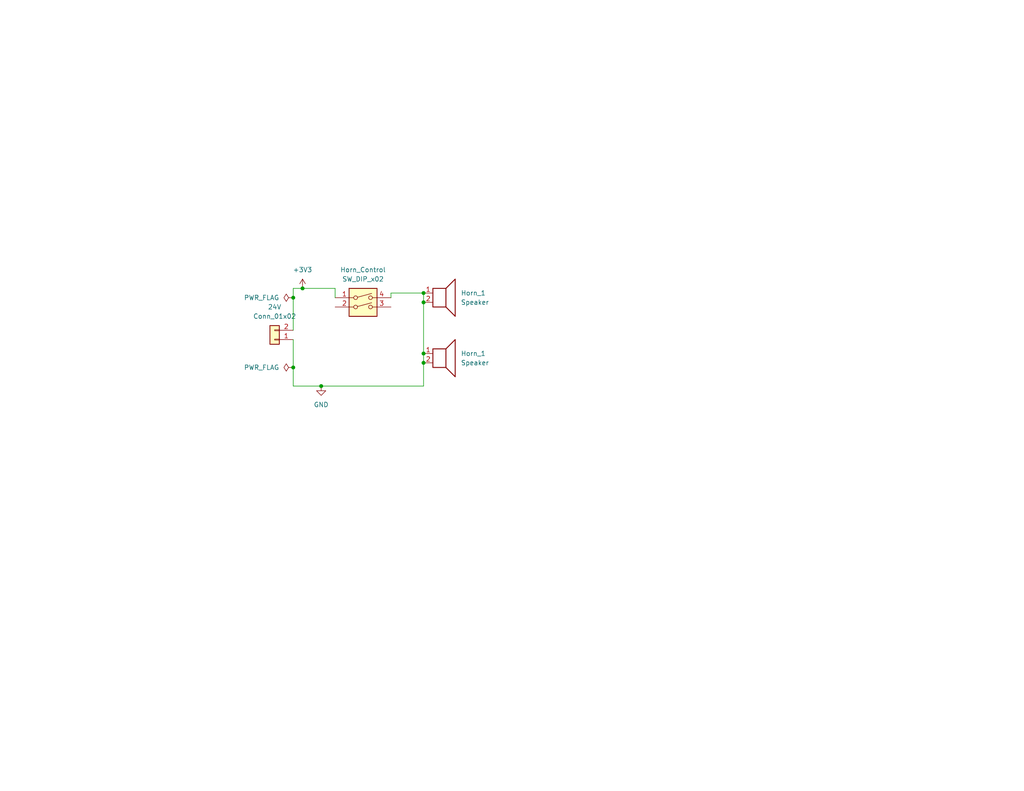
<source format=kicad_sch>
(kicad_sch (version 20231120) (generator "eeschema") (generator_version "8.0")
  (paper "USLetter")
  (title_block (title "Horn Project") (date "2022-08-16") (rev "1.0") (company "Illini Solar Car") (comment 1 "Designed By: Colin Awe"))
  (lib_symbols
    (symbol "Connector_Generic:Conn_01x02" (pin_names (offset 1.016) hide)
      (property "Reference" "J" (at 0 2.54 0))
      (property "Value" "Conn_01x02" (at 0 -5.08 0))
      (symbol "Conn_01x02_1_1"
        (rectangle (start -1.27 -2.413) (end 0 -2.667) (stroke (width 0.1524)))
        (rectangle (start -1.27 0.127) (end 0 -0.127) (stroke (width 0.1524)))
        (rectangle (start -1.27 1.27) (end 1.27 -3.81) (stroke (width 0.254)) (fill (type background)))
        (pin passive line (at -5.08 0 0) (length 3.81) (name "Pin_1") (number "1"))
        (pin passive line (at -5.08 -2.54 0) (length 3.81) (name "Pin_2") (number "2"))
      )
    )
    (symbol "Device:Speaker" (pin_names (offset 0) hide)
      (property "Reference" "LS" (at 1.27 5.715 0))
      (property "Value" "Speaker" (at 1.27 3.81 0))
      (symbol "Speaker_0_0"
        (rectangle (start -2.54 1.27) (end 1.016 -3.81) (stroke (width 0.254)))
        (polyline (pts (xy 1.016 1.27) (xy 3.556 3.81) (xy 3.556 -6.35) (xy 1.016 -3.81)) (stroke (width 0.254)))
      )
      (symbol "Speaker_1_1"
        (pin input line (at -5.08 0 0) (length 2.54) (name "1") (number "1"))
        (pin input line (at -5.08 -2.54 0) (length 2.54) (name "2") (number "2"))
      )
    )
    (symbol "Switch:SW_DIP_x02" (pin_names (offset 0) hide)
      (property "Reference" "SW" (at 0 6.35 0))
      (property "Value" "SW_DIP_x02" (at 0 -3.81 0))
      (symbol "SW_DIP_x02_0_0"
        (circle (center -2.032 0) (radius 0.508))
        (circle (center -2.032 2.54) (radius 0.508))
        (polyline (pts (xy -1.524 0.127) (xy 2.3622 1.1684)))
        (polyline (pts (xy -1.524 2.667) (xy 2.3622 3.7084)))
        (circle (center 2.032 0) (radius 0.508))
        (circle (center 2.032 2.54) (radius 0.508))
      )
      (symbol "SW_DIP_x02_0_1"
        (rectangle (start -3.81 5.08) (end 3.81 -2.54) (stroke (width 0.254)) (fill (type background)))
      )
      (symbol "SW_DIP_x02_1_1"
        (pin passive line (at -7.62 2.54 0) (length 5.08) (name "~") (number "1"))
        (pin passive line (at -7.62 0 0) (length 5.08) (name "~") (number "2"))
        (pin passive line (at 7.62 0 180) (length 5.08) (name "~") (number "3"))
        (pin passive line (at 7.62 2.54 180) (length 5.08) (name "~") (number "4"))
      )
    )
    (symbol "device:Speaker" (pin_names (offset 0) hide)
      (property "Reference" "LS" (at 1.27 5.715 0))
      (property "Value" "Speaker" (at 1.27 3.81 0))
      (symbol "Speaker_0_0"
        (rectangle (start -2.54 1.27) (end 1.016 -3.81) (stroke (width 0.254)))
        (polyline (pts (xy 1.016 1.27) (xy 3.556 3.81) (xy 3.556 -6.35) (xy 1.016 -3.81)) (stroke (width 0.254)))
      )
      (symbol "Speaker_1_1"
        (pin input line (at -5.08 0 0) (length 2.54) (name "1") (number "1"))
        (pin input line (at -5.08 -2.54 0) (length 2.54) (name "2") (number "2"))
      )
    )
    (symbol "power:+3V3" (power) (pin_names (offset 0))
      (property "Value" "+3V3" (at 0 3.556 0))
      (symbol "+3V3_0_1"
        (polyline (pts (xy -0.762 1.27) (xy 0 2.54)))
        (polyline (pts (xy 0 0) (xy 0 2.54)))
        (polyline (pts (xy 0 2.54) (xy 0.762 1.27)))
      )
      (symbol "+3V3_1_1"
        (pin power_in line (at 0 0 90) (length 0) hide (name "+3V3") (number "1"))
      )
    )
    (symbol "power:GND" (power) (pin_names (offset 0))
      (property "Value" "GND" (at 0 -3.81 0))
      (symbol "GND_0_1"
        (polyline (pts (xy 0 0) (xy 0 -1.27) (xy 1.27 -1.27) (xy 0 -2.54) (xy -1.27 -1.27) (xy 0 -1.27)))
      )
      (symbol "GND_1_1"
        (pin power_in line (at 0 0 270) (length 0) hide (name "GND") (number "1"))
      )
    )
    (symbol "power:PWR_FLAG" (power) (pin_numbers hide) (pin_names (offset 0) hide)
      (property "Value" "PWR_FLAG" (at 0 3.81 0))
      (symbol "PWR_FLAG_0_0"
        (pin power_out line (at 0 0 90) (length 0) (name "pwr") (number "1"))
      )
      (symbol "PWR_FLAG_0_1"
        (polyline (pts (xy 0 0) (xy 0 1.27) (xy -1.016 1.905) (xy 0 2.54) (xy 1.016 1.905) (xy 0 1.27)))
      )
    )
  )
  (junction (at 115.57 99.06))
  (junction (at 80.01 81.28))
  (junction (at 115.57 96.52))
  (junction (at 87.63 105.41))
  (junction (at 115.57 82.55))
  (junction (at 82.55 78.74))
  (junction (at 115.57 80.01))
  (junction (at 80.01 100.33))
  (wire (pts (xy 115.57 80.01) (xy 115.57 82.55)))
  (wire (pts (xy 115.57 99.06) (xy 115.57 105.41)))
  (wire (pts (xy 106.68 80.01) (xy 115.57 80.01)))
  (wire (pts (xy 115.57 96.52) (xy 115.57 99.06)))
  (wire (pts (xy 80.01 92.71) (xy 80.01 100.33)))
  (wire (pts (xy 115.57 82.55) (xy 115.57 96.52)))
  (wire (pts (xy 115.57 105.41) (xy 87.63 105.41)))
  (wire (pts (xy 106.68 81.28) (xy 106.68 80.01)))
  (wire (pts (xy 80.01 78.74) (xy 82.55 78.74)))
  (wire (pts (xy 80.01 90.17) (xy 80.01 81.28)))
  (wire (pts (xy 91.44 78.74) (xy 91.44 81.28)))
  (wire (pts (xy 80.01 81.28) (xy 80.01 78.74)))
  (wire (pts (xy 87.63 105.41) (xy 80.01 105.41)))
  (wire (pts (xy 82.55 78.74) (xy 91.44 78.74)))
  (wire (pts (xy 80.01 105.41) (xy 80.01 100.33)))
  (symbol (lib_id "device:Speaker") (at 120.65 96.52 0) (unit 1)
    (property "Reference" "Horn_1" (at 125.73 96.5199 0) (effects (justify left)))
    (property "Value" "Speaker" (at 125.73 99.0599 0) (effects (justify left)))
    (property "Description" "Speaker" (effects (hide yes)))
  )
  (symbol (lib_id "power:+3V3") (at 82.55 78.74 0) (unit 1)
    (property "Reference" "#PWR02" (effects (hide yes)))
    (property "Value" "+3V3" (at 82.55 73.66 0))
    (property "Description" "Power symbol creates a global label with name \"+3V3\"" (effects (hide yes)))
  )
  (symbol (lib_id "Switch:SW_DIP_x02") (at 99.06 83.82 0) (unit 1)
    (property "Reference" "Horn_Control" (at 99.06 73.66 0))
    (property "Value" "SW_DIP_x02" (at 99.06 76.2 0))
    (property "Description" "2x DIP Switch, Single Pole Single Throw (SPST) switch, small symbol" (effects (hide yes)))
  )
  (symbol (lib_id "power:PWR_FLAG") (at 80.01 81.28 90) (unit 1)
    (property "Reference" "#FLG01" (effects (hide yes)))
    (property "Value" "PWR_FLAG" (at 76.2 81.2799 90) (effects (justify left)))
    (property "Description" "Special symbol for telling ERC where power comes from" (effects (hide yes)))
  )
  (symbol (lib_id "power:PWR_FLAG") (at 80.01 100.33 90) (unit 1)
    (property "Reference" "#FLG02" (effects (hide yes)))
    (property "Value" "PWR_FLAG" (at 76.2 100.3299 90) (effects (justify left)))
    (property "Description" "Special symbol for telling ERC where power comes from" (effects (hide yes)))
  )
  (symbol (lib_id "Connector_Generic:Conn_01x02") (at 74.93 92.71 180) (unit 1)
    (property "Reference" "24V" (at 74.93 83.82 0))
    (property "Value" "Conn_01x02" (at 74.93 86.36 0))
    (property "Footprint" "24V" (effects (hide yes)))
    (property "Description" "Generic connector, single row, 01x02, script generated (kicad-library-utils/schlib/autogen/connector/)" (effects (hide yes)))
  )
  (symbol (lib_id "Device:Speaker") (at 120.65 80.01 0) (unit 1)
    (property "Reference" "Horn_1" (at 125.73 80.0099 0) (effects (justify left)))
    (property "Value" "Speaker" (at 125.73 82.5499 0) (effects (justify left)))
    (property "Description" "Speaker" (effects (hide yes)))
  )
  (symbol (lib_id "power:GND") (at 87.63 105.41 0) (unit 1)
    (property "Reference" "#PWR01" (effects (hide yes)))
    (property "Value" "GND" (at 87.63 110.49 0))
    (property "Description" "Power symbol creates a global label with name \"GND\" , ground" (effects (hide yes)))
  )
)
</source>
